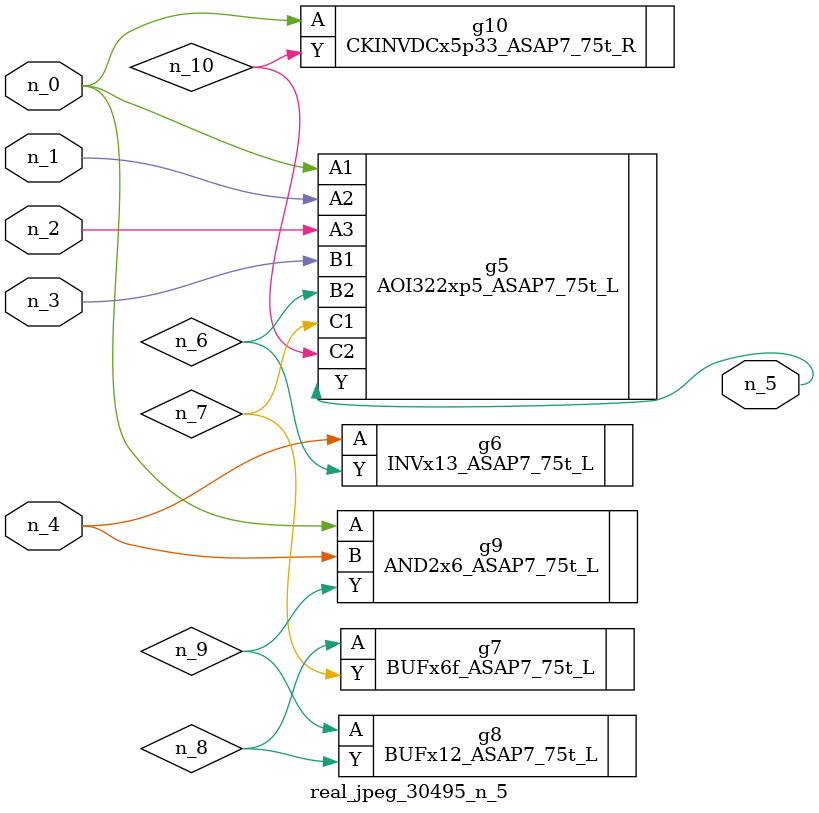
<source format=v>
module real_jpeg_30495_n_5 (n_4, n_0, n_1, n_2, n_3, n_5);

input n_4;
input n_0;
input n_1;
input n_2;
input n_3;

output n_5;

wire n_8;
wire n_6;
wire n_7;
wire n_10;
wire n_9;

AOI322xp5_ASAP7_75t_L g5 ( 
.A1(n_0),
.A2(n_1),
.A3(n_2),
.B1(n_3),
.B2(n_6),
.C1(n_7),
.C2(n_10),
.Y(n_5)
);

AND2x6_ASAP7_75t_L g9 ( 
.A(n_0),
.B(n_4),
.Y(n_9)
);

CKINVDCx5p33_ASAP7_75t_R g10 ( 
.A(n_0),
.Y(n_10)
);

INVx13_ASAP7_75t_L g6 ( 
.A(n_4),
.Y(n_6)
);

BUFx6f_ASAP7_75t_L g7 ( 
.A(n_8),
.Y(n_7)
);

BUFx12_ASAP7_75t_L g8 ( 
.A(n_9),
.Y(n_8)
);


endmodule
</source>
